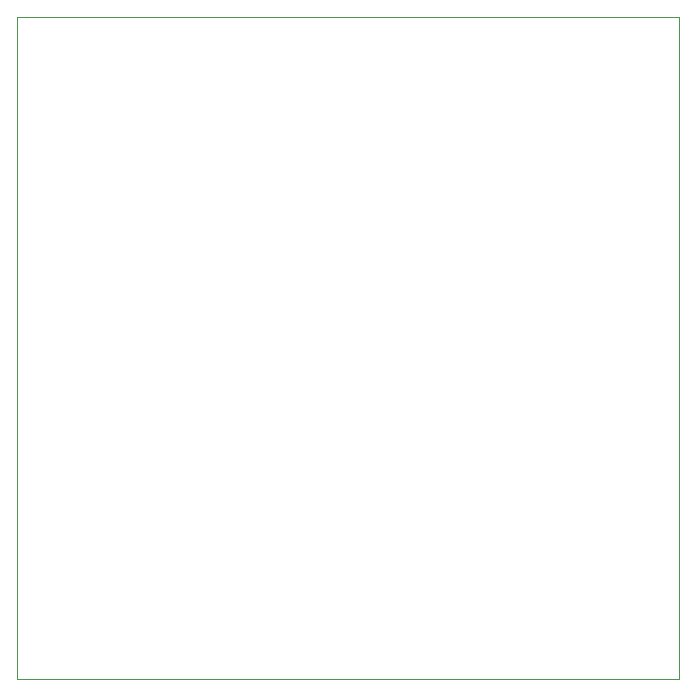
<source format=gbr>
G04 #@! TF.FileFunction,Profile,NP*
%FSLAX46Y46*%
G04 Gerber Fmt 4.6, Leading zero omitted, Abs format (unit mm)*
G04 Created by KiCad (PCBNEW 0.201505031001+5637~23~ubuntu14.04.1-product) date Sat 23 May 2015 04:20:30 BST*
%MOMM*%
G01*
G04 APERTURE LIST*
%ADD10C,0.100000*%
G04 APERTURE END LIST*
D10*
X78000000Y-120000000D02*
X78000000Y-176000000D01*
X134000000Y-120000000D02*
X78000000Y-120000000D01*
X134000000Y-176000000D02*
X134000000Y-120000000D01*
X78000000Y-176000000D02*
X134000000Y-176000000D01*
M02*

</source>
